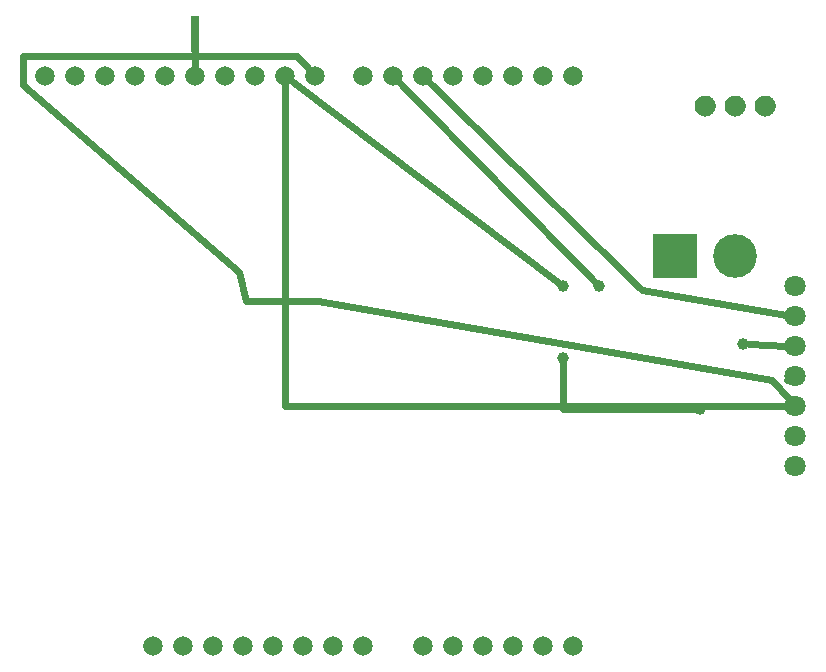
<source format=gtl>
G04 MADE WITH FRITZING*
G04 WWW.FRITZING.ORG*
G04 DOUBLE SIDED*
G04 HOLES PLATED*
G04 CONTOUR ON CENTER OF CONTOUR VECTOR*
%ASAXBY*%
%FSLAX23Y23*%
%MOIN*%
%OFA0B0*%
%SFA1.0B1.0*%
%ADD10C,0.071000*%
%ADD11C,0.070972*%
%ADD12C,0.065278*%
%ADD13C,0.070000*%
%ADD14C,0.145669*%
%ADD15C,0.039370*%
%ADD16C,0.024000*%
%ADD17R,0.001000X0.001000*%
%LNCOPPER1*%
G90*
G70*
G54D10*
X3402Y1328D03*
X3402Y1228D03*
G54D11*
X3402Y1128D03*
X3402Y1028D03*
G54D10*
X3402Y1028D03*
X3402Y928D03*
G54D11*
X3402Y828D03*
X3402Y728D03*
G54D12*
X2262Y128D03*
X2362Y128D03*
X2462Y128D03*
X2562Y128D03*
X2662Y128D03*
X1802Y2028D03*
X1702Y2028D03*
X1602Y2028D03*
X1502Y2028D03*
X1402Y2028D03*
X1302Y2028D03*
X1202Y2028D03*
X1102Y2028D03*
X1002Y2028D03*
X902Y2028D03*
X2662Y2028D03*
X2562Y2028D03*
X2462Y2028D03*
X2362Y2028D03*
X2262Y2028D03*
X2162Y2028D03*
X2062Y2028D03*
X1962Y2028D03*
X1362Y128D03*
X1262Y128D03*
X1462Y128D03*
X1562Y128D03*
X1662Y128D03*
X1762Y128D03*
X1862Y128D03*
X1962Y128D03*
X2162Y128D03*
G54D13*
X3102Y1928D03*
X3202Y1928D03*
X3302Y1928D03*
G54D14*
X3202Y1428D03*
X3002Y1428D03*
X3202Y1428D03*
X3002Y1428D03*
G54D15*
X3228Y1136D03*
X2748Y1328D03*
X2628Y1328D03*
X2628Y1088D03*
X3084Y920D03*
G54D16*
X3374Y1014D02*
X3402Y1028D01*
D02*
X3371Y1233D02*
X2892Y1316D01*
X2892Y1316D02*
X2184Y2006D01*
D02*
X3371Y1129D02*
X3247Y1135D01*
D02*
X2735Y1341D02*
X2084Y2005D01*
D02*
X1781Y2051D02*
X1740Y2096D01*
X1740Y2096D02*
X828Y2096D01*
X828Y2096D02*
X828Y2000D01*
X828Y2000D02*
X1548Y1376D01*
X1548Y1376D02*
X1572Y1280D01*
X1572Y1280D02*
X1812Y1280D01*
X1812Y1280D02*
X3324Y1016D01*
X3324Y1016D02*
X3381Y951D01*
D02*
X1727Y2009D02*
X2613Y1339D01*
D02*
X2628Y920D02*
X3065Y920D01*
D02*
X2628Y1069D02*
X2628Y920D01*
D02*
X1702Y1996D02*
X1702Y928D01*
D02*
X1702Y928D02*
X3371Y928D01*
G54D17*
X1389Y2228D02*
X1412Y2228D01*
X1389Y2227D02*
X1412Y2227D01*
X1389Y2226D02*
X1412Y2226D01*
X1389Y2225D02*
X1412Y2225D01*
X1389Y2224D02*
X1412Y2224D01*
X1389Y2223D02*
X1412Y2223D01*
X1389Y2222D02*
X1412Y2222D01*
X1389Y2221D02*
X1412Y2221D01*
X1389Y2220D02*
X1412Y2220D01*
X1389Y2219D02*
X1412Y2219D01*
X1389Y2218D02*
X1412Y2218D01*
X1389Y2217D02*
X1412Y2217D01*
X1389Y2216D02*
X1412Y2216D01*
X1389Y2215D02*
X1412Y2215D01*
X1389Y2214D02*
X1412Y2214D01*
X1389Y2213D02*
X1412Y2213D01*
X1389Y2212D02*
X1412Y2212D01*
X1389Y2211D02*
X1412Y2211D01*
X1389Y2210D02*
X1412Y2210D01*
X1389Y2209D02*
X1412Y2209D01*
X1389Y2208D02*
X1412Y2208D01*
X1389Y2207D02*
X1412Y2207D01*
X1389Y2206D02*
X1412Y2206D01*
X1389Y2205D02*
X1412Y2205D01*
X1389Y2204D02*
X1412Y2204D01*
X1389Y2203D02*
X1412Y2203D01*
X1389Y2202D02*
X1412Y2202D01*
X1389Y2201D02*
X1412Y2201D01*
X1389Y2200D02*
X1412Y2200D01*
X1389Y2199D02*
X1412Y2199D01*
X1389Y2198D02*
X1412Y2198D01*
X1389Y2197D02*
X1412Y2197D01*
X1389Y2196D02*
X1412Y2196D01*
X1389Y2195D02*
X1412Y2195D01*
X1389Y2194D02*
X1412Y2194D01*
X1389Y2193D02*
X1412Y2193D01*
X1389Y2192D02*
X1412Y2192D01*
X1389Y2191D02*
X1412Y2191D01*
X1389Y2190D02*
X1412Y2190D01*
X1389Y2189D02*
X1412Y2189D01*
X1389Y2188D02*
X1412Y2188D01*
X1389Y2187D02*
X1412Y2187D01*
X1389Y2186D02*
X1412Y2186D01*
X1389Y2185D02*
X1412Y2185D01*
X1389Y2184D02*
X1412Y2184D01*
X1389Y2183D02*
X1412Y2183D01*
X1389Y2182D02*
X1412Y2182D01*
X1389Y2181D02*
X1412Y2181D01*
X1389Y2180D02*
X1412Y2180D01*
X1389Y2179D02*
X1412Y2179D01*
X1389Y2178D02*
X1412Y2178D01*
X1389Y2177D02*
X1412Y2177D01*
X1389Y2176D02*
X1412Y2176D01*
X1389Y2175D02*
X1412Y2175D01*
X1389Y2174D02*
X1412Y2174D01*
X1389Y2173D02*
X1412Y2173D01*
X1389Y2172D02*
X1412Y2172D01*
X1389Y2171D02*
X1412Y2171D01*
X1389Y2170D02*
X1412Y2170D01*
X1389Y2169D02*
X1412Y2169D01*
X1389Y2168D02*
X1412Y2168D01*
X1389Y2167D02*
X1412Y2167D01*
X1389Y2166D02*
X1412Y2166D01*
X1389Y2165D02*
X1412Y2165D01*
X1389Y2164D02*
X1412Y2164D01*
X1389Y2163D02*
X1412Y2163D01*
X1389Y2162D02*
X1412Y2162D01*
X1389Y2161D02*
X1412Y2161D01*
X1389Y2160D02*
X1412Y2160D01*
X1389Y2159D02*
X1412Y2159D01*
X1389Y2158D02*
X1412Y2158D01*
X1389Y2157D02*
X1412Y2157D01*
X1389Y2156D02*
X1412Y2156D01*
X1389Y2155D02*
X1412Y2155D01*
X1389Y2154D02*
X1412Y2154D01*
X1389Y2153D02*
X1412Y2153D01*
X1389Y2152D02*
X1412Y2152D01*
X1389Y2151D02*
X1412Y2151D01*
X1389Y2150D02*
X1412Y2150D01*
X1389Y2149D02*
X1412Y2149D01*
X1389Y2148D02*
X1412Y2148D01*
X1389Y2147D02*
X1412Y2147D01*
X1389Y2146D02*
X1412Y2146D01*
X1389Y2145D02*
X1412Y2145D01*
X1389Y2144D02*
X1412Y2144D01*
X1389Y2143D02*
X1412Y2143D01*
X1389Y2142D02*
X1412Y2142D01*
X1389Y2141D02*
X1412Y2141D01*
X1389Y2140D02*
X1412Y2140D01*
X1389Y2139D02*
X1412Y2139D01*
X1389Y2138D02*
X1412Y2138D01*
X1389Y2137D02*
X1412Y2137D01*
X1389Y2136D02*
X1412Y2136D01*
X1389Y2135D02*
X1412Y2135D01*
X1389Y2134D02*
X1412Y2134D01*
X1389Y2133D02*
X1412Y2133D01*
X1389Y2132D02*
X1412Y2132D01*
X1389Y2131D02*
X1412Y2131D01*
X1389Y2130D02*
X1412Y2130D01*
X1389Y2129D02*
X1412Y2129D01*
X1389Y2128D02*
X1412Y2128D01*
X1389Y2127D02*
X1412Y2127D01*
X1389Y2126D02*
X1412Y2126D01*
X1389Y2125D02*
X1412Y2125D01*
X1389Y2124D02*
X1412Y2124D01*
X1389Y2123D02*
X1412Y2123D01*
X1389Y2122D02*
X1412Y2122D01*
X1389Y2121D02*
X1412Y2121D01*
X1389Y2120D02*
X1412Y2120D01*
X1389Y2119D02*
X1412Y2119D01*
X1389Y2118D02*
X1412Y2118D01*
X1389Y2117D02*
X1412Y2117D01*
X1389Y2116D02*
X1412Y2116D01*
X1389Y2115D02*
X1412Y2115D01*
X1389Y2114D02*
X1412Y2114D01*
X1389Y2113D02*
X1412Y2113D01*
X1389Y2112D02*
X1412Y2112D01*
X1389Y2111D02*
X1413Y2111D01*
X1389Y2110D02*
X1413Y2110D01*
X1389Y2109D02*
X1413Y2109D01*
X1389Y2108D02*
X1413Y2108D01*
X1390Y2107D02*
X1413Y2107D01*
X1390Y2106D02*
X1413Y2106D01*
X1390Y2105D02*
X1413Y2105D01*
X1390Y2104D02*
X1413Y2104D01*
X1390Y2103D02*
X1413Y2103D01*
X1390Y2102D02*
X1413Y2102D01*
X1390Y2101D02*
X1413Y2101D01*
X1390Y2100D02*
X1413Y2100D01*
X1390Y2099D02*
X1413Y2099D01*
X1390Y2098D02*
X1413Y2098D01*
X1390Y2097D02*
X1413Y2097D01*
X1390Y2096D02*
X1413Y2096D01*
X1390Y2095D02*
X1413Y2095D01*
X1390Y2094D02*
X1413Y2094D01*
X1390Y2093D02*
X1413Y2093D01*
X1390Y2092D02*
X1413Y2092D01*
X1390Y2091D02*
X1413Y2091D01*
X1390Y2090D02*
X1413Y2090D01*
X1390Y2089D02*
X1413Y2089D01*
X1390Y2088D02*
X1413Y2088D01*
X1390Y2087D02*
X1413Y2087D01*
X1390Y2086D02*
X1413Y2086D01*
X1390Y2085D02*
X1413Y2085D01*
X1390Y2084D02*
X1413Y2084D01*
X1390Y2083D02*
X1413Y2083D01*
X1390Y2082D02*
X1413Y2082D01*
X1390Y2081D02*
X1413Y2081D01*
X1390Y2080D02*
X1413Y2080D01*
X1390Y2079D02*
X1413Y2079D01*
X1390Y2078D02*
X1413Y2078D01*
X1390Y2077D02*
X1413Y2077D01*
X1390Y2076D02*
X1413Y2076D01*
X1390Y2075D02*
X1413Y2075D01*
X1390Y2074D02*
X1413Y2074D01*
X1390Y2073D02*
X1413Y2073D01*
X1390Y2072D02*
X1413Y2072D01*
X1390Y2071D02*
X1413Y2071D01*
X1390Y2070D02*
X1413Y2070D01*
X1390Y2069D02*
X1413Y2069D01*
X1390Y2068D02*
X1413Y2068D01*
X1390Y2067D02*
X1413Y2067D01*
X1390Y2066D02*
X1413Y2066D01*
X1390Y2065D02*
X1413Y2065D01*
X1390Y2064D02*
X1413Y2064D01*
X1390Y2063D02*
X1413Y2063D01*
X1390Y2062D02*
X1413Y2062D01*
X1390Y2061D02*
X1413Y2061D01*
X1390Y2060D02*
X1413Y2060D01*
X1390Y2059D02*
X1412Y2059D01*
X1390Y2058D02*
X1412Y2058D01*
X1390Y2057D02*
X1412Y2057D01*
X1390Y2056D02*
X1412Y2056D01*
X1391Y2055D02*
X1411Y2055D01*
X1391Y2054D02*
X1411Y2054D01*
X1392Y2053D02*
X1410Y2053D01*
X1393Y2052D02*
X1409Y2052D01*
X1394Y2051D02*
X1408Y2051D01*
X1395Y2050D02*
X1407Y2050D01*
X1397Y2049D02*
X1405Y2049D01*
X3095Y1963D02*
X3107Y1963D01*
X3195Y1963D02*
X3207Y1963D01*
X3295Y1963D02*
X3307Y1963D01*
X3091Y1962D02*
X3111Y1962D01*
X3191Y1962D02*
X3211Y1962D01*
X3291Y1962D02*
X3311Y1962D01*
X3088Y1961D02*
X3114Y1961D01*
X3188Y1961D02*
X3214Y1961D01*
X3288Y1961D02*
X3314Y1961D01*
X3086Y1960D02*
X3116Y1960D01*
X3186Y1960D02*
X3216Y1960D01*
X3286Y1960D02*
X3316Y1960D01*
X3084Y1959D02*
X3118Y1959D01*
X3184Y1959D02*
X3218Y1959D01*
X3284Y1959D02*
X3318Y1959D01*
X3083Y1958D02*
X3120Y1958D01*
X3183Y1958D02*
X3220Y1958D01*
X3283Y1958D02*
X3320Y1958D01*
X3081Y1957D02*
X3121Y1957D01*
X3181Y1957D02*
X3221Y1957D01*
X3281Y1957D02*
X3321Y1957D01*
X3080Y1956D02*
X3122Y1956D01*
X3180Y1956D02*
X3222Y1956D01*
X3280Y1956D02*
X3322Y1956D01*
X3078Y1955D02*
X3124Y1955D01*
X3178Y1955D02*
X3224Y1955D01*
X3278Y1955D02*
X3324Y1955D01*
X3077Y1954D02*
X3125Y1954D01*
X3177Y1954D02*
X3225Y1954D01*
X3277Y1954D02*
X3325Y1954D01*
X3076Y1953D02*
X3126Y1953D01*
X3176Y1953D02*
X3226Y1953D01*
X3276Y1953D02*
X3326Y1953D01*
X3075Y1952D02*
X3127Y1952D01*
X3175Y1952D02*
X3227Y1952D01*
X3275Y1952D02*
X3327Y1952D01*
X3075Y1951D02*
X3128Y1951D01*
X3175Y1951D02*
X3228Y1951D01*
X3275Y1951D02*
X3328Y1951D01*
X3074Y1950D02*
X3128Y1950D01*
X3174Y1950D02*
X3228Y1950D01*
X3274Y1950D02*
X3328Y1950D01*
X3073Y1949D02*
X3129Y1949D01*
X3173Y1949D02*
X3229Y1949D01*
X3273Y1949D02*
X3329Y1949D01*
X3072Y1948D02*
X3130Y1948D01*
X3172Y1948D02*
X3230Y1948D01*
X3272Y1948D02*
X3330Y1948D01*
X3072Y1947D02*
X3130Y1947D01*
X3172Y1947D02*
X3230Y1947D01*
X3272Y1947D02*
X3330Y1947D01*
X3071Y1946D02*
X3131Y1946D01*
X3171Y1946D02*
X3231Y1946D01*
X3271Y1946D02*
X3331Y1946D01*
X3071Y1945D02*
X3131Y1945D01*
X3171Y1945D02*
X3231Y1945D01*
X3271Y1945D02*
X3331Y1945D01*
X3070Y1944D02*
X3132Y1944D01*
X3170Y1944D02*
X3232Y1944D01*
X3270Y1944D02*
X3332Y1944D01*
X3070Y1943D02*
X3096Y1943D01*
X3107Y1943D02*
X3132Y1943D01*
X3170Y1943D02*
X3196Y1943D01*
X3207Y1943D02*
X3232Y1943D01*
X3270Y1943D02*
X3296Y1943D01*
X3307Y1943D02*
X3332Y1943D01*
X3069Y1942D02*
X3093Y1942D01*
X3109Y1942D02*
X3133Y1942D01*
X3169Y1942D02*
X3193Y1942D01*
X3209Y1942D02*
X3233Y1942D01*
X3269Y1942D02*
X3293Y1942D01*
X3309Y1942D02*
X3333Y1942D01*
X3069Y1941D02*
X3092Y1941D01*
X3110Y1941D02*
X3133Y1941D01*
X3169Y1941D02*
X3192Y1941D01*
X3210Y1941D02*
X3233Y1941D01*
X3269Y1941D02*
X3292Y1941D01*
X3310Y1941D02*
X3333Y1941D01*
X3069Y1940D02*
X3091Y1940D01*
X3111Y1940D02*
X3134Y1940D01*
X3169Y1940D02*
X3191Y1940D01*
X3211Y1940D02*
X3233Y1940D01*
X3269Y1940D02*
X3291Y1940D01*
X3311Y1940D02*
X3333Y1940D01*
X3068Y1939D02*
X3090Y1939D01*
X3112Y1939D02*
X3134Y1939D01*
X3168Y1939D02*
X3190Y1939D01*
X3212Y1939D02*
X3234Y1939D01*
X3268Y1939D02*
X3290Y1939D01*
X3312Y1939D02*
X3334Y1939D01*
X3068Y1938D02*
X3089Y1938D01*
X3113Y1938D02*
X3134Y1938D01*
X3168Y1938D02*
X3189Y1938D01*
X3213Y1938D02*
X3234Y1938D01*
X3268Y1938D02*
X3289Y1938D01*
X3313Y1938D02*
X3334Y1938D01*
X3068Y1937D02*
X3088Y1937D01*
X3114Y1937D02*
X3134Y1937D01*
X3168Y1937D02*
X3188Y1937D01*
X3214Y1937D02*
X3234Y1937D01*
X3268Y1937D02*
X3288Y1937D01*
X3314Y1937D02*
X3334Y1937D01*
X3067Y1936D02*
X3087Y1936D01*
X3115Y1936D02*
X3135Y1936D01*
X3167Y1936D02*
X3187Y1936D01*
X3215Y1936D02*
X3235Y1936D01*
X3267Y1936D02*
X3287Y1936D01*
X3315Y1936D02*
X3335Y1936D01*
X3067Y1935D02*
X3087Y1935D01*
X3115Y1935D02*
X3135Y1935D01*
X3167Y1935D02*
X3187Y1935D01*
X3215Y1935D02*
X3235Y1935D01*
X3267Y1935D02*
X3287Y1935D01*
X3315Y1935D02*
X3335Y1935D01*
X3067Y1934D02*
X3086Y1934D01*
X3116Y1934D02*
X3135Y1934D01*
X3167Y1934D02*
X3186Y1934D01*
X3216Y1934D02*
X3235Y1934D01*
X3267Y1934D02*
X3286Y1934D01*
X3316Y1934D02*
X3335Y1934D01*
X3067Y1933D02*
X3086Y1933D01*
X3116Y1933D02*
X3135Y1933D01*
X3167Y1933D02*
X3186Y1933D01*
X3216Y1933D02*
X3235Y1933D01*
X3267Y1933D02*
X3286Y1933D01*
X3316Y1933D02*
X3335Y1933D01*
X3067Y1932D02*
X3086Y1932D01*
X3116Y1932D02*
X3135Y1932D01*
X3167Y1932D02*
X3186Y1932D01*
X3216Y1932D02*
X3235Y1932D01*
X3267Y1932D02*
X3286Y1932D01*
X3316Y1932D02*
X3335Y1932D01*
X3067Y1931D02*
X3086Y1931D01*
X3116Y1931D02*
X3135Y1931D01*
X3167Y1931D02*
X3186Y1931D01*
X3216Y1931D02*
X3235Y1931D01*
X3267Y1931D02*
X3286Y1931D01*
X3316Y1931D02*
X3335Y1931D01*
X3067Y1930D02*
X3086Y1930D01*
X3116Y1930D02*
X3136Y1930D01*
X3167Y1930D02*
X3186Y1930D01*
X3216Y1930D02*
X3236Y1930D01*
X3267Y1930D02*
X3286Y1930D01*
X3316Y1930D02*
X3336Y1930D01*
X3067Y1929D02*
X3086Y1929D01*
X3117Y1929D02*
X3136Y1929D01*
X3167Y1929D02*
X3186Y1929D01*
X3217Y1929D02*
X3236Y1929D01*
X3267Y1929D02*
X3286Y1929D01*
X3317Y1929D02*
X3336Y1929D01*
X3067Y1928D02*
X3086Y1928D01*
X3117Y1928D02*
X3136Y1928D01*
X3167Y1928D02*
X3186Y1928D01*
X3217Y1928D02*
X3236Y1928D01*
X3267Y1928D02*
X3286Y1928D01*
X3317Y1928D02*
X3336Y1928D01*
X3067Y1927D02*
X3086Y1927D01*
X3116Y1927D02*
X3135Y1927D01*
X3167Y1927D02*
X3186Y1927D01*
X3216Y1927D02*
X3235Y1927D01*
X3267Y1927D02*
X3286Y1927D01*
X3316Y1927D02*
X3335Y1927D01*
X3067Y1926D02*
X3086Y1926D01*
X3116Y1926D02*
X3135Y1926D01*
X3167Y1926D02*
X3186Y1926D01*
X3216Y1926D02*
X3235Y1926D01*
X3267Y1926D02*
X3286Y1926D01*
X3316Y1926D02*
X3335Y1926D01*
X3067Y1925D02*
X3086Y1925D01*
X3116Y1925D02*
X3135Y1925D01*
X3167Y1925D02*
X3186Y1925D01*
X3216Y1925D02*
X3235Y1925D01*
X3267Y1925D02*
X3286Y1925D01*
X3316Y1925D02*
X3335Y1925D01*
X3067Y1924D02*
X3086Y1924D01*
X3116Y1924D02*
X3135Y1924D01*
X3167Y1924D02*
X3186Y1924D01*
X3216Y1924D02*
X3235Y1924D01*
X3267Y1924D02*
X3286Y1924D01*
X3316Y1924D02*
X3335Y1924D01*
X3067Y1923D02*
X3087Y1923D01*
X3116Y1923D02*
X3135Y1923D01*
X3167Y1923D02*
X3187Y1923D01*
X3216Y1923D02*
X3235Y1923D01*
X3267Y1923D02*
X3287Y1923D01*
X3316Y1923D02*
X3335Y1923D01*
X3067Y1922D02*
X3087Y1922D01*
X3115Y1922D02*
X3135Y1922D01*
X3167Y1922D02*
X3187Y1922D01*
X3215Y1922D02*
X3235Y1922D01*
X3267Y1922D02*
X3287Y1922D01*
X3315Y1922D02*
X3335Y1922D01*
X3068Y1921D02*
X3088Y1921D01*
X3115Y1921D02*
X3135Y1921D01*
X3168Y1921D02*
X3188Y1921D01*
X3215Y1921D02*
X3235Y1921D01*
X3268Y1921D02*
X3288Y1921D01*
X3315Y1921D02*
X3335Y1921D01*
X3068Y1920D02*
X3088Y1920D01*
X3114Y1920D02*
X3134Y1920D01*
X3168Y1920D02*
X3188Y1920D01*
X3214Y1920D02*
X3234Y1920D01*
X3268Y1920D02*
X3288Y1920D01*
X3314Y1920D02*
X3334Y1920D01*
X3068Y1919D02*
X3089Y1919D01*
X3113Y1919D02*
X3134Y1919D01*
X3168Y1919D02*
X3189Y1919D01*
X3213Y1919D02*
X3234Y1919D01*
X3268Y1919D02*
X3289Y1919D01*
X3313Y1919D02*
X3334Y1919D01*
X3068Y1918D02*
X3090Y1918D01*
X3112Y1918D02*
X3134Y1918D01*
X3168Y1918D02*
X3190Y1918D01*
X3212Y1918D02*
X3234Y1918D01*
X3268Y1918D02*
X3290Y1918D01*
X3312Y1918D02*
X3334Y1918D01*
X3069Y1917D02*
X3091Y1917D01*
X3111Y1917D02*
X3133Y1917D01*
X3169Y1917D02*
X3191Y1917D01*
X3211Y1917D02*
X3233Y1917D01*
X3269Y1917D02*
X3291Y1917D01*
X3311Y1917D02*
X3333Y1917D01*
X3069Y1916D02*
X3093Y1916D01*
X3110Y1916D02*
X3133Y1916D01*
X3169Y1916D02*
X3193Y1916D01*
X3210Y1916D02*
X3233Y1916D01*
X3269Y1916D02*
X3293Y1916D01*
X3310Y1916D02*
X3333Y1916D01*
X3070Y1915D02*
X3094Y1915D01*
X3108Y1915D02*
X3133Y1915D01*
X3170Y1915D02*
X3194Y1915D01*
X3208Y1915D02*
X3233Y1915D01*
X3270Y1915D02*
X3294Y1915D01*
X3308Y1915D02*
X3333Y1915D01*
X3070Y1914D02*
X3098Y1914D01*
X3105Y1914D02*
X3132Y1914D01*
X3170Y1914D02*
X3198Y1914D01*
X3205Y1914D02*
X3232Y1914D01*
X3270Y1914D02*
X3298Y1914D01*
X3305Y1914D02*
X3332Y1914D01*
X3071Y1913D02*
X3132Y1913D01*
X3171Y1913D02*
X3232Y1913D01*
X3271Y1913D02*
X3332Y1913D01*
X3071Y1912D02*
X3131Y1912D01*
X3171Y1912D02*
X3231Y1912D01*
X3271Y1912D02*
X3331Y1912D01*
X3072Y1911D02*
X3131Y1911D01*
X3172Y1911D02*
X3231Y1911D01*
X3272Y1911D02*
X3331Y1911D01*
X3072Y1910D02*
X3130Y1910D01*
X3172Y1910D02*
X3230Y1910D01*
X3272Y1910D02*
X3330Y1910D01*
X3073Y1909D02*
X3129Y1909D01*
X3173Y1909D02*
X3229Y1909D01*
X3273Y1909D02*
X3329Y1909D01*
X3074Y1908D02*
X3129Y1908D01*
X3174Y1908D02*
X3229Y1908D01*
X3274Y1908D02*
X3329Y1908D01*
X3074Y1907D02*
X3128Y1907D01*
X3174Y1907D02*
X3228Y1907D01*
X3274Y1907D02*
X3328Y1907D01*
X3075Y1906D02*
X3127Y1906D01*
X3175Y1906D02*
X3227Y1906D01*
X3275Y1906D02*
X3327Y1906D01*
X3076Y1905D02*
X3126Y1905D01*
X3176Y1905D02*
X3226Y1905D01*
X3276Y1905D02*
X3326Y1905D01*
X3077Y1904D02*
X3125Y1904D01*
X3177Y1904D02*
X3225Y1904D01*
X3277Y1904D02*
X3325Y1904D01*
X3078Y1903D02*
X3124Y1903D01*
X3178Y1903D02*
X3224Y1903D01*
X3278Y1903D02*
X3324Y1903D01*
X3079Y1902D02*
X3123Y1902D01*
X3179Y1902D02*
X3223Y1902D01*
X3279Y1902D02*
X3323Y1902D01*
X3080Y1901D02*
X3122Y1901D01*
X3180Y1901D02*
X3222Y1901D01*
X3280Y1901D02*
X3322Y1901D01*
X3082Y1900D02*
X3120Y1900D01*
X3182Y1900D02*
X3220Y1900D01*
X3282Y1900D02*
X3320Y1900D01*
X3083Y1899D02*
X3119Y1899D01*
X3183Y1899D02*
X3219Y1899D01*
X3283Y1899D02*
X3319Y1899D01*
X3085Y1898D02*
X3117Y1898D01*
X3185Y1898D02*
X3217Y1898D01*
X3285Y1898D02*
X3317Y1898D01*
X3087Y1897D02*
X3115Y1897D01*
X3187Y1897D02*
X3215Y1897D01*
X3287Y1897D02*
X3315Y1897D01*
X3090Y1896D02*
X3112Y1896D01*
X3190Y1896D02*
X3212Y1896D01*
X3290Y1896D02*
X3312Y1896D01*
X3093Y1895D02*
X3109Y1895D01*
X3193Y1895D02*
X3209Y1895D01*
X3293Y1895D02*
X3309Y1895D01*
X3098Y1894D02*
X3104Y1894D01*
X3198Y1894D02*
X3204Y1894D01*
X3298Y1894D02*
X3304Y1894D01*
X2929Y1501D02*
X3073Y1501D01*
X2929Y1500D02*
X3073Y1500D01*
X2929Y1499D02*
X3073Y1499D01*
X2929Y1498D02*
X3073Y1498D01*
X2929Y1497D02*
X3073Y1497D01*
X2929Y1496D02*
X3073Y1496D01*
X2929Y1495D02*
X3073Y1495D01*
X2929Y1494D02*
X3073Y1494D01*
X2929Y1493D02*
X3073Y1493D01*
X2929Y1492D02*
X3073Y1492D01*
X2929Y1491D02*
X3073Y1491D01*
X2929Y1490D02*
X3073Y1490D01*
X2929Y1489D02*
X3073Y1489D01*
X2929Y1488D02*
X3073Y1488D01*
X2929Y1487D02*
X3073Y1487D01*
X2929Y1486D02*
X3073Y1486D01*
X2929Y1485D02*
X3073Y1485D01*
X2929Y1484D02*
X3073Y1484D01*
X2929Y1483D02*
X3073Y1483D01*
X2929Y1482D02*
X3073Y1482D01*
X2929Y1481D02*
X3073Y1481D01*
X2929Y1480D02*
X3073Y1480D01*
X2929Y1479D02*
X3073Y1479D01*
X2929Y1478D02*
X3073Y1478D01*
X2929Y1477D02*
X3073Y1477D01*
X2929Y1476D02*
X2998Y1476D01*
X3004Y1476D02*
X3073Y1476D01*
X2929Y1475D02*
X2990Y1475D01*
X3012Y1475D02*
X3073Y1475D01*
X2929Y1474D02*
X2987Y1474D01*
X3016Y1474D02*
X3073Y1474D01*
X2929Y1473D02*
X2984Y1473D01*
X3018Y1473D02*
X3073Y1473D01*
X2929Y1472D02*
X2981Y1472D01*
X3021Y1472D02*
X3073Y1472D01*
X2929Y1471D02*
X2979Y1471D01*
X3023Y1471D02*
X3073Y1471D01*
X2929Y1470D02*
X2977Y1470D01*
X3025Y1470D02*
X3073Y1470D01*
X2929Y1469D02*
X2976Y1469D01*
X3026Y1469D02*
X3073Y1469D01*
X2929Y1468D02*
X2974Y1468D01*
X3028Y1468D02*
X3073Y1468D01*
X2929Y1467D02*
X2973Y1467D01*
X3029Y1467D02*
X3073Y1467D01*
X2929Y1466D02*
X2971Y1466D01*
X3031Y1466D02*
X3073Y1466D01*
X2929Y1465D02*
X2970Y1465D01*
X3032Y1465D02*
X3073Y1465D01*
X2929Y1464D02*
X2969Y1464D01*
X3033Y1464D02*
X3073Y1464D01*
X2929Y1463D02*
X2968Y1463D01*
X3034Y1463D02*
X3073Y1463D01*
X2929Y1462D02*
X2967Y1462D01*
X3035Y1462D02*
X3073Y1462D01*
X2929Y1461D02*
X2966Y1461D01*
X3036Y1461D02*
X3073Y1461D01*
X2929Y1460D02*
X2965Y1460D01*
X3037Y1460D02*
X3073Y1460D01*
X2929Y1459D02*
X2964Y1459D01*
X3038Y1459D02*
X3073Y1459D01*
X2929Y1458D02*
X2963Y1458D01*
X3039Y1458D02*
X3073Y1458D01*
X2929Y1457D02*
X2963Y1457D01*
X3039Y1457D02*
X3073Y1457D01*
X2929Y1456D02*
X2962Y1456D01*
X3040Y1456D02*
X3073Y1456D01*
X2929Y1455D02*
X2961Y1455D01*
X3041Y1455D02*
X3073Y1455D01*
X2929Y1454D02*
X2961Y1454D01*
X3042Y1454D02*
X3073Y1454D01*
X2929Y1453D02*
X2960Y1453D01*
X3042Y1453D02*
X3073Y1453D01*
X2929Y1452D02*
X2959Y1452D01*
X3043Y1452D02*
X3073Y1452D01*
X2929Y1451D02*
X2959Y1451D01*
X3043Y1451D02*
X3073Y1451D01*
X2929Y1450D02*
X2958Y1450D01*
X3044Y1450D02*
X3073Y1450D01*
X2929Y1449D02*
X2958Y1449D01*
X3044Y1449D02*
X3073Y1449D01*
X2929Y1448D02*
X2957Y1448D01*
X3045Y1448D02*
X3073Y1448D01*
X2929Y1447D02*
X2957Y1447D01*
X3045Y1447D02*
X3073Y1447D01*
X2929Y1446D02*
X2957Y1446D01*
X3046Y1446D02*
X3073Y1446D01*
X2929Y1445D02*
X2956Y1445D01*
X3046Y1445D02*
X3073Y1445D01*
X2929Y1444D02*
X2956Y1444D01*
X3046Y1444D02*
X3073Y1444D01*
X2929Y1443D02*
X2955Y1443D01*
X3047Y1443D02*
X3073Y1443D01*
X2929Y1442D02*
X2955Y1442D01*
X3047Y1442D02*
X3073Y1442D01*
X2929Y1441D02*
X2955Y1441D01*
X3047Y1441D02*
X3073Y1441D01*
X2929Y1440D02*
X2955Y1440D01*
X3047Y1440D02*
X3073Y1440D01*
X2929Y1439D02*
X2954Y1439D01*
X3048Y1439D02*
X3073Y1439D01*
X2929Y1438D02*
X2954Y1438D01*
X3048Y1438D02*
X3073Y1438D01*
X2929Y1437D02*
X2954Y1437D01*
X3048Y1437D02*
X3073Y1437D01*
X2929Y1436D02*
X2954Y1436D01*
X3048Y1436D02*
X3073Y1436D01*
X2929Y1435D02*
X2954Y1435D01*
X3048Y1435D02*
X3073Y1435D01*
X2929Y1434D02*
X2954Y1434D01*
X3049Y1434D02*
X3073Y1434D01*
X2929Y1433D02*
X2954Y1433D01*
X3049Y1433D02*
X3073Y1433D01*
X2929Y1432D02*
X2953Y1432D01*
X3049Y1432D02*
X3073Y1432D01*
X2929Y1431D02*
X2953Y1431D01*
X3049Y1431D02*
X3073Y1431D01*
X2929Y1430D02*
X2953Y1430D01*
X3049Y1430D02*
X3073Y1430D01*
X2929Y1429D02*
X2953Y1429D01*
X3049Y1429D02*
X3073Y1429D01*
X2929Y1428D02*
X2953Y1428D01*
X3049Y1428D02*
X3073Y1428D01*
X2929Y1427D02*
X2953Y1427D01*
X3049Y1427D02*
X3073Y1427D01*
X2929Y1426D02*
X2953Y1426D01*
X3049Y1426D02*
X3073Y1426D01*
X2929Y1425D02*
X2954Y1425D01*
X3049Y1425D02*
X3073Y1425D01*
X2929Y1424D02*
X2954Y1424D01*
X3049Y1424D02*
X3073Y1424D01*
X2929Y1423D02*
X2954Y1423D01*
X3048Y1423D02*
X3073Y1423D01*
X2929Y1422D02*
X2954Y1422D01*
X3048Y1422D02*
X3073Y1422D01*
X2929Y1421D02*
X2954Y1421D01*
X3048Y1421D02*
X3073Y1421D01*
X2929Y1420D02*
X2954Y1420D01*
X3048Y1420D02*
X3073Y1420D01*
X2929Y1419D02*
X2954Y1419D01*
X3048Y1419D02*
X3073Y1419D01*
X2929Y1418D02*
X2955Y1418D01*
X3048Y1418D02*
X3073Y1418D01*
X2929Y1417D02*
X2955Y1417D01*
X3047Y1417D02*
X3073Y1417D01*
X2929Y1416D02*
X2955Y1416D01*
X3047Y1416D02*
X3073Y1416D01*
X2929Y1415D02*
X2955Y1415D01*
X3047Y1415D02*
X3073Y1415D01*
X2929Y1414D02*
X2956Y1414D01*
X3046Y1414D02*
X3073Y1414D01*
X2929Y1413D02*
X2956Y1413D01*
X3046Y1413D02*
X3073Y1413D01*
X2929Y1412D02*
X2956Y1412D01*
X3046Y1412D02*
X3073Y1412D01*
X2929Y1411D02*
X2957Y1411D01*
X3045Y1411D02*
X3073Y1411D01*
X2929Y1410D02*
X2957Y1410D01*
X3045Y1410D02*
X3073Y1410D01*
X2929Y1409D02*
X2958Y1409D01*
X3044Y1409D02*
X3073Y1409D01*
X2929Y1408D02*
X2958Y1408D01*
X3044Y1408D02*
X3073Y1408D01*
X2929Y1407D02*
X2959Y1407D01*
X3043Y1407D02*
X3073Y1407D01*
X2929Y1406D02*
X2959Y1406D01*
X3043Y1406D02*
X3073Y1406D01*
X2929Y1405D02*
X2960Y1405D01*
X3042Y1405D02*
X3073Y1405D01*
X2929Y1404D02*
X2960Y1404D01*
X3042Y1404D02*
X3073Y1404D01*
X2929Y1403D02*
X2961Y1403D01*
X3041Y1403D02*
X3073Y1403D01*
X2929Y1402D02*
X2962Y1402D01*
X3040Y1402D02*
X3073Y1402D01*
X2929Y1401D02*
X2963Y1401D01*
X3040Y1401D02*
X3073Y1401D01*
X2929Y1400D02*
X2963Y1400D01*
X3039Y1400D02*
X3073Y1400D01*
X2929Y1399D02*
X2964Y1399D01*
X3038Y1399D02*
X3073Y1399D01*
X2929Y1398D02*
X2965Y1398D01*
X3037Y1398D02*
X3073Y1398D01*
X2929Y1397D02*
X2966Y1397D01*
X3036Y1397D02*
X3073Y1397D01*
X2929Y1396D02*
X2967Y1396D01*
X3035Y1396D02*
X3073Y1396D01*
X2929Y1395D02*
X2968Y1395D01*
X3034Y1395D02*
X3073Y1395D01*
X2929Y1394D02*
X2969Y1394D01*
X3033Y1394D02*
X3073Y1394D01*
X2929Y1393D02*
X2970Y1393D01*
X3032Y1393D02*
X3073Y1393D01*
X2929Y1392D02*
X2971Y1392D01*
X3031Y1392D02*
X3073Y1392D01*
X2929Y1391D02*
X2972Y1391D01*
X3030Y1391D02*
X3073Y1391D01*
X2929Y1390D02*
X2974Y1390D01*
X3028Y1390D02*
X3073Y1390D01*
X2929Y1389D02*
X2975Y1389D01*
X3027Y1389D02*
X3073Y1389D01*
X2929Y1388D02*
X2977Y1388D01*
X3025Y1388D02*
X3073Y1388D01*
X2929Y1387D02*
X2979Y1387D01*
X3023Y1387D02*
X3073Y1387D01*
X2929Y1386D02*
X2981Y1386D01*
X3021Y1386D02*
X3073Y1386D01*
X2929Y1385D02*
X2983Y1385D01*
X3019Y1385D02*
X3073Y1385D01*
X2929Y1384D02*
X2986Y1384D01*
X3016Y1384D02*
X3073Y1384D01*
X2929Y1383D02*
X2990Y1383D01*
X3013Y1383D02*
X3073Y1383D01*
X2929Y1382D02*
X2995Y1382D01*
X3007Y1382D02*
X3073Y1382D01*
X2929Y1381D02*
X3073Y1381D01*
X2929Y1380D02*
X3073Y1380D01*
X2929Y1379D02*
X3073Y1379D01*
X2929Y1378D02*
X3073Y1378D01*
X2929Y1377D02*
X3073Y1377D01*
X2929Y1376D02*
X3073Y1376D01*
X2929Y1375D02*
X3073Y1375D01*
X2929Y1374D02*
X3073Y1374D01*
X2929Y1373D02*
X3073Y1373D01*
X2929Y1372D02*
X3073Y1372D01*
X2929Y1371D02*
X3073Y1371D01*
X2929Y1370D02*
X3073Y1370D01*
X2929Y1369D02*
X3073Y1369D01*
X2929Y1368D02*
X3073Y1368D01*
X2929Y1367D02*
X3073Y1367D01*
X2929Y1366D02*
X3073Y1366D01*
X2929Y1365D02*
X3073Y1365D01*
X2929Y1364D02*
X3073Y1364D01*
X2929Y1363D02*
X3073Y1363D01*
X2929Y1362D02*
X3073Y1362D01*
X2929Y1361D02*
X3073Y1361D01*
X2929Y1360D02*
X3073Y1360D01*
X2929Y1359D02*
X3073Y1359D01*
X2929Y1358D02*
X3073Y1358D01*
X2929Y1357D02*
X3073Y1357D01*
D02*
G04 End of Copper1*
M02*
</source>
